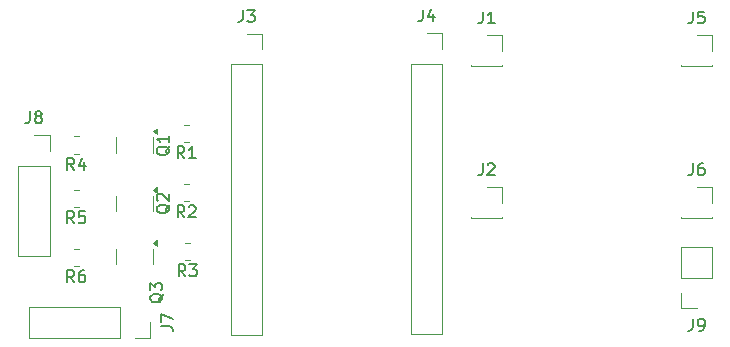
<source format=gbr>
%TF.GenerationSoftware,KiCad,Pcbnew,9.0.1*%
%TF.CreationDate,2025-05-21T02:45:21+02:00*%
%TF.ProjectId,KinderLight,4b696e64-6572-44c6-9967-68742e6b6963,rev?*%
%TF.SameCoordinates,Original*%
%TF.FileFunction,Legend,Top*%
%TF.FilePolarity,Positive*%
%FSLAX46Y46*%
G04 Gerber Fmt 4.6, Leading zero omitted, Abs format (unit mm)*
G04 Created by KiCad (PCBNEW 9.0.1) date 2025-05-21 02:45:21*
%MOMM*%
%LPD*%
G01*
G04 APERTURE LIST*
%ADD10C,0.150000*%
%ADD11C,0.120000*%
G04 APERTURE END LIST*
D10*
X134286666Y-96204819D02*
X134286666Y-96919104D01*
X134286666Y-96919104D02*
X134239047Y-97061961D01*
X134239047Y-97061961D02*
X134143809Y-97157200D01*
X134143809Y-97157200D02*
X134000952Y-97204819D01*
X134000952Y-97204819D02*
X133905714Y-97204819D01*
X134810476Y-97204819D02*
X135000952Y-97204819D01*
X135000952Y-97204819D02*
X135096190Y-97157200D01*
X135096190Y-97157200D02*
X135143809Y-97109580D01*
X135143809Y-97109580D02*
X135239047Y-96966723D01*
X135239047Y-96966723D02*
X135286666Y-96776247D01*
X135286666Y-96776247D02*
X135286666Y-96395295D01*
X135286666Y-96395295D02*
X135239047Y-96300057D01*
X135239047Y-96300057D02*
X135191428Y-96252438D01*
X135191428Y-96252438D02*
X135096190Y-96204819D01*
X135096190Y-96204819D02*
X134905714Y-96204819D01*
X134905714Y-96204819D02*
X134810476Y-96252438D01*
X134810476Y-96252438D02*
X134762857Y-96300057D01*
X134762857Y-96300057D02*
X134715238Y-96395295D01*
X134715238Y-96395295D02*
X134715238Y-96633390D01*
X134715238Y-96633390D02*
X134762857Y-96728628D01*
X134762857Y-96728628D02*
X134810476Y-96776247D01*
X134810476Y-96776247D02*
X134905714Y-96823866D01*
X134905714Y-96823866D02*
X135096190Y-96823866D01*
X135096190Y-96823866D02*
X135191428Y-96776247D01*
X135191428Y-96776247D02*
X135239047Y-96728628D01*
X135239047Y-96728628D02*
X135286666Y-96633390D01*
X81920833Y-93104819D02*
X81587500Y-92628628D01*
X81349405Y-93104819D02*
X81349405Y-92104819D01*
X81349405Y-92104819D02*
X81730357Y-92104819D01*
X81730357Y-92104819D02*
X81825595Y-92152438D01*
X81825595Y-92152438D02*
X81873214Y-92200057D01*
X81873214Y-92200057D02*
X81920833Y-92295295D01*
X81920833Y-92295295D02*
X81920833Y-92438152D01*
X81920833Y-92438152D02*
X81873214Y-92533390D01*
X81873214Y-92533390D02*
X81825595Y-92581009D01*
X81825595Y-92581009D02*
X81730357Y-92628628D01*
X81730357Y-92628628D02*
X81349405Y-92628628D01*
X82777976Y-92104819D02*
X82587500Y-92104819D01*
X82587500Y-92104819D02*
X82492262Y-92152438D01*
X82492262Y-92152438D02*
X82444643Y-92200057D01*
X82444643Y-92200057D02*
X82349405Y-92342914D01*
X82349405Y-92342914D02*
X82301786Y-92533390D01*
X82301786Y-92533390D02*
X82301786Y-92914342D01*
X82301786Y-92914342D02*
X82349405Y-93009580D01*
X82349405Y-93009580D02*
X82397024Y-93057200D01*
X82397024Y-93057200D02*
X82492262Y-93104819D01*
X82492262Y-93104819D02*
X82682738Y-93104819D01*
X82682738Y-93104819D02*
X82777976Y-93057200D01*
X82777976Y-93057200D02*
X82825595Y-93009580D01*
X82825595Y-93009580D02*
X82873214Y-92914342D01*
X82873214Y-92914342D02*
X82873214Y-92676247D01*
X82873214Y-92676247D02*
X82825595Y-92581009D01*
X82825595Y-92581009D02*
X82777976Y-92533390D01*
X82777976Y-92533390D02*
X82682738Y-92485771D01*
X82682738Y-92485771D02*
X82492262Y-92485771D01*
X82492262Y-92485771D02*
X82397024Y-92533390D01*
X82397024Y-92533390D02*
X82349405Y-92581009D01*
X82349405Y-92581009D02*
X82301786Y-92676247D01*
X91333333Y-92604819D02*
X91000000Y-92128628D01*
X90761905Y-92604819D02*
X90761905Y-91604819D01*
X90761905Y-91604819D02*
X91142857Y-91604819D01*
X91142857Y-91604819D02*
X91238095Y-91652438D01*
X91238095Y-91652438D02*
X91285714Y-91700057D01*
X91285714Y-91700057D02*
X91333333Y-91795295D01*
X91333333Y-91795295D02*
X91333333Y-91938152D01*
X91333333Y-91938152D02*
X91285714Y-92033390D01*
X91285714Y-92033390D02*
X91238095Y-92081009D01*
X91238095Y-92081009D02*
X91142857Y-92128628D01*
X91142857Y-92128628D02*
X90761905Y-92128628D01*
X91666667Y-91604819D02*
X92285714Y-91604819D01*
X92285714Y-91604819D02*
X91952381Y-91985771D01*
X91952381Y-91985771D02*
X92095238Y-91985771D01*
X92095238Y-91985771D02*
X92190476Y-92033390D01*
X92190476Y-92033390D02*
X92238095Y-92081009D01*
X92238095Y-92081009D02*
X92285714Y-92176247D01*
X92285714Y-92176247D02*
X92285714Y-92414342D01*
X92285714Y-92414342D02*
X92238095Y-92509580D01*
X92238095Y-92509580D02*
X92190476Y-92557200D01*
X92190476Y-92557200D02*
X92095238Y-92604819D01*
X92095238Y-92604819D02*
X91809524Y-92604819D01*
X91809524Y-92604819D02*
X91714286Y-92557200D01*
X91714286Y-92557200D02*
X91666667Y-92509580D01*
X91245833Y-87604819D02*
X90912500Y-87128628D01*
X90674405Y-87604819D02*
X90674405Y-86604819D01*
X90674405Y-86604819D02*
X91055357Y-86604819D01*
X91055357Y-86604819D02*
X91150595Y-86652438D01*
X91150595Y-86652438D02*
X91198214Y-86700057D01*
X91198214Y-86700057D02*
X91245833Y-86795295D01*
X91245833Y-86795295D02*
X91245833Y-86938152D01*
X91245833Y-86938152D02*
X91198214Y-87033390D01*
X91198214Y-87033390D02*
X91150595Y-87081009D01*
X91150595Y-87081009D02*
X91055357Y-87128628D01*
X91055357Y-87128628D02*
X90674405Y-87128628D01*
X91626786Y-86700057D02*
X91674405Y-86652438D01*
X91674405Y-86652438D02*
X91769643Y-86604819D01*
X91769643Y-86604819D02*
X92007738Y-86604819D01*
X92007738Y-86604819D02*
X92102976Y-86652438D01*
X92102976Y-86652438D02*
X92150595Y-86700057D01*
X92150595Y-86700057D02*
X92198214Y-86795295D01*
X92198214Y-86795295D02*
X92198214Y-86890533D01*
X92198214Y-86890533D02*
X92150595Y-87033390D01*
X92150595Y-87033390D02*
X91579167Y-87604819D01*
X91579167Y-87604819D02*
X92198214Y-87604819D01*
X91245833Y-82604819D02*
X90912500Y-82128628D01*
X90674405Y-82604819D02*
X90674405Y-81604819D01*
X90674405Y-81604819D02*
X91055357Y-81604819D01*
X91055357Y-81604819D02*
X91150595Y-81652438D01*
X91150595Y-81652438D02*
X91198214Y-81700057D01*
X91198214Y-81700057D02*
X91245833Y-81795295D01*
X91245833Y-81795295D02*
X91245833Y-81938152D01*
X91245833Y-81938152D02*
X91198214Y-82033390D01*
X91198214Y-82033390D02*
X91150595Y-82081009D01*
X91150595Y-82081009D02*
X91055357Y-82128628D01*
X91055357Y-82128628D02*
X90674405Y-82128628D01*
X92198214Y-82604819D02*
X91626786Y-82604819D01*
X91912500Y-82604819D02*
X91912500Y-81604819D01*
X91912500Y-81604819D02*
X91817262Y-81747676D01*
X91817262Y-81747676D02*
X91722024Y-81842914D01*
X91722024Y-81842914D02*
X91626786Y-81890533D01*
X81920833Y-88104819D02*
X81587500Y-87628628D01*
X81349405Y-88104819D02*
X81349405Y-87104819D01*
X81349405Y-87104819D02*
X81730357Y-87104819D01*
X81730357Y-87104819D02*
X81825595Y-87152438D01*
X81825595Y-87152438D02*
X81873214Y-87200057D01*
X81873214Y-87200057D02*
X81920833Y-87295295D01*
X81920833Y-87295295D02*
X81920833Y-87438152D01*
X81920833Y-87438152D02*
X81873214Y-87533390D01*
X81873214Y-87533390D02*
X81825595Y-87581009D01*
X81825595Y-87581009D02*
X81730357Y-87628628D01*
X81730357Y-87628628D02*
X81349405Y-87628628D01*
X82825595Y-87104819D02*
X82349405Y-87104819D01*
X82349405Y-87104819D02*
X82301786Y-87581009D01*
X82301786Y-87581009D02*
X82349405Y-87533390D01*
X82349405Y-87533390D02*
X82444643Y-87485771D01*
X82444643Y-87485771D02*
X82682738Y-87485771D01*
X82682738Y-87485771D02*
X82777976Y-87533390D01*
X82777976Y-87533390D02*
X82825595Y-87581009D01*
X82825595Y-87581009D02*
X82873214Y-87676247D01*
X82873214Y-87676247D02*
X82873214Y-87914342D01*
X82873214Y-87914342D02*
X82825595Y-88009580D01*
X82825595Y-88009580D02*
X82777976Y-88057200D01*
X82777976Y-88057200D02*
X82682738Y-88104819D01*
X82682738Y-88104819D02*
X82444643Y-88104819D01*
X82444643Y-88104819D02*
X82349405Y-88057200D01*
X82349405Y-88057200D02*
X82301786Y-88009580D01*
X81920833Y-83604819D02*
X81587500Y-83128628D01*
X81349405Y-83604819D02*
X81349405Y-82604819D01*
X81349405Y-82604819D02*
X81730357Y-82604819D01*
X81730357Y-82604819D02*
X81825595Y-82652438D01*
X81825595Y-82652438D02*
X81873214Y-82700057D01*
X81873214Y-82700057D02*
X81920833Y-82795295D01*
X81920833Y-82795295D02*
X81920833Y-82938152D01*
X81920833Y-82938152D02*
X81873214Y-83033390D01*
X81873214Y-83033390D02*
X81825595Y-83081009D01*
X81825595Y-83081009D02*
X81730357Y-83128628D01*
X81730357Y-83128628D02*
X81349405Y-83128628D01*
X82777976Y-82938152D02*
X82777976Y-83604819D01*
X82539881Y-82557200D02*
X82301786Y-83271485D01*
X82301786Y-83271485D02*
X82920833Y-83271485D01*
X89450057Y-94075238D02*
X89402438Y-94170476D01*
X89402438Y-94170476D02*
X89307200Y-94265714D01*
X89307200Y-94265714D02*
X89164342Y-94408571D01*
X89164342Y-94408571D02*
X89116723Y-94503809D01*
X89116723Y-94503809D02*
X89116723Y-94599047D01*
X89354819Y-94551428D02*
X89307200Y-94646666D01*
X89307200Y-94646666D02*
X89211961Y-94741904D01*
X89211961Y-94741904D02*
X89021485Y-94789523D01*
X89021485Y-94789523D02*
X88688152Y-94789523D01*
X88688152Y-94789523D02*
X88497676Y-94741904D01*
X88497676Y-94741904D02*
X88402438Y-94646666D01*
X88402438Y-94646666D02*
X88354819Y-94551428D01*
X88354819Y-94551428D02*
X88354819Y-94360952D01*
X88354819Y-94360952D02*
X88402438Y-94265714D01*
X88402438Y-94265714D02*
X88497676Y-94170476D01*
X88497676Y-94170476D02*
X88688152Y-94122857D01*
X88688152Y-94122857D02*
X89021485Y-94122857D01*
X89021485Y-94122857D02*
X89211961Y-94170476D01*
X89211961Y-94170476D02*
X89307200Y-94265714D01*
X89307200Y-94265714D02*
X89354819Y-94360952D01*
X89354819Y-94360952D02*
X89354819Y-94551428D01*
X88354819Y-93789523D02*
X88354819Y-93170476D01*
X88354819Y-93170476D02*
X88735771Y-93503809D01*
X88735771Y-93503809D02*
X88735771Y-93360952D01*
X88735771Y-93360952D02*
X88783390Y-93265714D01*
X88783390Y-93265714D02*
X88831009Y-93218095D01*
X88831009Y-93218095D02*
X88926247Y-93170476D01*
X88926247Y-93170476D02*
X89164342Y-93170476D01*
X89164342Y-93170476D02*
X89259580Y-93218095D01*
X89259580Y-93218095D02*
X89307200Y-93265714D01*
X89307200Y-93265714D02*
X89354819Y-93360952D01*
X89354819Y-93360952D02*
X89354819Y-93646666D01*
X89354819Y-93646666D02*
X89307200Y-93741904D01*
X89307200Y-93741904D02*
X89259580Y-93789523D01*
X90000057Y-86532738D02*
X89952438Y-86627976D01*
X89952438Y-86627976D02*
X89857200Y-86723214D01*
X89857200Y-86723214D02*
X89714342Y-86866071D01*
X89714342Y-86866071D02*
X89666723Y-86961309D01*
X89666723Y-86961309D02*
X89666723Y-87056547D01*
X89904819Y-87008928D02*
X89857200Y-87104166D01*
X89857200Y-87104166D02*
X89761961Y-87199404D01*
X89761961Y-87199404D02*
X89571485Y-87247023D01*
X89571485Y-87247023D02*
X89238152Y-87247023D01*
X89238152Y-87247023D02*
X89047676Y-87199404D01*
X89047676Y-87199404D02*
X88952438Y-87104166D01*
X88952438Y-87104166D02*
X88904819Y-87008928D01*
X88904819Y-87008928D02*
X88904819Y-86818452D01*
X88904819Y-86818452D02*
X88952438Y-86723214D01*
X88952438Y-86723214D02*
X89047676Y-86627976D01*
X89047676Y-86627976D02*
X89238152Y-86580357D01*
X89238152Y-86580357D02*
X89571485Y-86580357D01*
X89571485Y-86580357D02*
X89761961Y-86627976D01*
X89761961Y-86627976D02*
X89857200Y-86723214D01*
X89857200Y-86723214D02*
X89904819Y-86818452D01*
X89904819Y-86818452D02*
X89904819Y-87008928D01*
X89000057Y-86199404D02*
X88952438Y-86151785D01*
X88952438Y-86151785D02*
X88904819Y-86056547D01*
X88904819Y-86056547D02*
X88904819Y-85818452D01*
X88904819Y-85818452D02*
X88952438Y-85723214D01*
X88952438Y-85723214D02*
X89000057Y-85675595D01*
X89000057Y-85675595D02*
X89095295Y-85627976D01*
X89095295Y-85627976D02*
X89190533Y-85627976D01*
X89190533Y-85627976D02*
X89333390Y-85675595D01*
X89333390Y-85675595D02*
X89904819Y-86247023D01*
X89904819Y-86247023D02*
X89904819Y-85627976D01*
X90000057Y-81595238D02*
X89952438Y-81690476D01*
X89952438Y-81690476D02*
X89857200Y-81785714D01*
X89857200Y-81785714D02*
X89714342Y-81928571D01*
X89714342Y-81928571D02*
X89666723Y-82023809D01*
X89666723Y-82023809D02*
X89666723Y-82119047D01*
X89904819Y-82071428D02*
X89857200Y-82166666D01*
X89857200Y-82166666D02*
X89761961Y-82261904D01*
X89761961Y-82261904D02*
X89571485Y-82309523D01*
X89571485Y-82309523D02*
X89238152Y-82309523D01*
X89238152Y-82309523D02*
X89047676Y-82261904D01*
X89047676Y-82261904D02*
X88952438Y-82166666D01*
X88952438Y-82166666D02*
X88904819Y-82071428D01*
X88904819Y-82071428D02*
X88904819Y-81880952D01*
X88904819Y-81880952D02*
X88952438Y-81785714D01*
X88952438Y-81785714D02*
X89047676Y-81690476D01*
X89047676Y-81690476D02*
X89238152Y-81642857D01*
X89238152Y-81642857D02*
X89571485Y-81642857D01*
X89571485Y-81642857D02*
X89761961Y-81690476D01*
X89761961Y-81690476D02*
X89857200Y-81785714D01*
X89857200Y-81785714D02*
X89904819Y-81880952D01*
X89904819Y-81880952D02*
X89904819Y-82071428D01*
X89904819Y-80690476D02*
X89904819Y-81261904D01*
X89904819Y-80976190D02*
X88904819Y-80976190D01*
X88904819Y-80976190D02*
X89047676Y-81071428D01*
X89047676Y-81071428D02*
X89142914Y-81166666D01*
X89142914Y-81166666D02*
X89190533Y-81261904D01*
X78166666Y-78644819D02*
X78166666Y-79359104D01*
X78166666Y-79359104D02*
X78119047Y-79501961D01*
X78119047Y-79501961D02*
X78023809Y-79597200D01*
X78023809Y-79597200D02*
X77880952Y-79644819D01*
X77880952Y-79644819D02*
X77785714Y-79644819D01*
X78785714Y-79073390D02*
X78690476Y-79025771D01*
X78690476Y-79025771D02*
X78642857Y-78978152D01*
X78642857Y-78978152D02*
X78595238Y-78882914D01*
X78595238Y-78882914D02*
X78595238Y-78835295D01*
X78595238Y-78835295D02*
X78642857Y-78740057D01*
X78642857Y-78740057D02*
X78690476Y-78692438D01*
X78690476Y-78692438D02*
X78785714Y-78644819D01*
X78785714Y-78644819D02*
X78976190Y-78644819D01*
X78976190Y-78644819D02*
X79071428Y-78692438D01*
X79071428Y-78692438D02*
X79119047Y-78740057D01*
X79119047Y-78740057D02*
X79166666Y-78835295D01*
X79166666Y-78835295D02*
X79166666Y-78882914D01*
X79166666Y-78882914D02*
X79119047Y-78978152D01*
X79119047Y-78978152D02*
X79071428Y-79025771D01*
X79071428Y-79025771D02*
X78976190Y-79073390D01*
X78976190Y-79073390D02*
X78785714Y-79073390D01*
X78785714Y-79073390D02*
X78690476Y-79121009D01*
X78690476Y-79121009D02*
X78642857Y-79168628D01*
X78642857Y-79168628D02*
X78595238Y-79263866D01*
X78595238Y-79263866D02*
X78595238Y-79454342D01*
X78595238Y-79454342D02*
X78642857Y-79549580D01*
X78642857Y-79549580D02*
X78690476Y-79597200D01*
X78690476Y-79597200D02*
X78785714Y-79644819D01*
X78785714Y-79644819D02*
X78976190Y-79644819D01*
X78976190Y-79644819D02*
X79071428Y-79597200D01*
X79071428Y-79597200D02*
X79119047Y-79549580D01*
X79119047Y-79549580D02*
X79166666Y-79454342D01*
X79166666Y-79454342D02*
X79166666Y-79263866D01*
X79166666Y-79263866D02*
X79119047Y-79168628D01*
X79119047Y-79168628D02*
X79071428Y-79121009D01*
X79071428Y-79121009D02*
X78976190Y-79073390D01*
X89264819Y-96833333D02*
X89979104Y-96833333D01*
X89979104Y-96833333D02*
X90121961Y-96880952D01*
X90121961Y-96880952D02*
X90217200Y-96976190D01*
X90217200Y-96976190D02*
X90264819Y-97119047D01*
X90264819Y-97119047D02*
X90264819Y-97214285D01*
X89264819Y-96452380D02*
X89264819Y-95785714D01*
X89264819Y-95785714D02*
X90264819Y-96214285D01*
X134286666Y-83044819D02*
X134286666Y-83759104D01*
X134286666Y-83759104D02*
X134239047Y-83901961D01*
X134239047Y-83901961D02*
X134143809Y-83997200D01*
X134143809Y-83997200D02*
X134000952Y-84044819D01*
X134000952Y-84044819D02*
X133905714Y-84044819D01*
X135191428Y-83044819D02*
X135000952Y-83044819D01*
X135000952Y-83044819D02*
X134905714Y-83092438D01*
X134905714Y-83092438D02*
X134858095Y-83140057D01*
X134858095Y-83140057D02*
X134762857Y-83282914D01*
X134762857Y-83282914D02*
X134715238Y-83473390D01*
X134715238Y-83473390D02*
X134715238Y-83854342D01*
X134715238Y-83854342D02*
X134762857Y-83949580D01*
X134762857Y-83949580D02*
X134810476Y-83997200D01*
X134810476Y-83997200D02*
X134905714Y-84044819D01*
X134905714Y-84044819D02*
X135096190Y-84044819D01*
X135096190Y-84044819D02*
X135191428Y-83997200D01*
X135191428Y-83997200D02*
X135239047Y-83949580D01*
X135239047Y-83949580D02*
X135286666Y-83854342D01*
X135286666Y-83854342D02*
X135286666Y-83616247D01*
X135286666Y-83616247D02*
X135239047Y-83521009D01*
X135239047Y-83521009D02*
X135191428Y-83473390D01*
X135191428Y-83473390D02*
X135096190Y-83425771D01*
X135096190Y-83425771D02*
X134905714Y-83425771D01*
X134905714Y-83425771D02*
X134810476Y-83473390D01*
X134810476Y-83473390D02*
X134762857Y-83521009D01*
X134762857Y-83521009D02*
X134715238Y-83616247D01*
X134286666Y-70184819D02*
X134286666Y-70899104D01*
X134286666Y-70899104D02*
X134239047Y-71041961D01*
X134239047Y-71041961D02*
X134143809Y-71137200D01*
X134143809Y-71137200D02*
X134000952Y-71184819D01*
X134000952Y-71184819D02*
X133905714Y-71184819D01*
X135239047Y-70184819D02*
X134762857Y-70184819D01*
X134762857Y-70184819D02*
X134715238Y-70661009D01*
X134715238Y-70661009D02*
X134762857Y-70613390D01*
X134762857Y-70613390D02*
X134858095Y-70565771D01*
X134858095Y-70565771D02*
X135096190Y-70565771D01*
X135096190Y-70565771D02*
X135191428Y-70613390D01*
X135191428Y-70613390D02*
X135239047Y-70661009D01*
X135239047Y-70661009D02*
X135286666Y-70756247D01*
X135286666Y-70756247D02*
X135286666Y-70994342D01*
X135286666Y-70994342D02*
X135239047Y-71089580D01*
X135239047Y-71089580D02*
X135191428Y-71137200D01*
X135191428Y-71137200D02*
X135096190Y-71184819D01*
X135096190Y-71184819D02*
X134858095Y-71184819D01*
X134858095Y-71184819D02*
X134762857Y-71137200D01*
X134762857Y-71137200D02*
X134715238Y-71089580D01*
X111426666Y-70024819D02*
X111426666Y-70739104D01*
X111426666Y-70739104D02*
X111379047Y-70881961D01*
X111379047Y-70881961D02*
X111283809Y-70977200D01*
X111283809Y-70977200D02*
X111140952Y-71024819D01*
X111140952Y-71024819D02*
X111045714Y-71024819D01*
X112331428Y-70358152D02*
X112331428Y-71024819D01*
X112093333Y-69977200D02*
X111855238Y-70691485D01*
X111855238Y-70691485D02*
X112474285Y-70691485D01*
X116506666Y-83044819D02*
X116506666Y-83759104D01*
X116506666Y-83759104D02*
X116459047Y-83901961D01*
X116459047Y-83901961D02*
X116363809Y-83997200D01*
X116363809Y-83997200D02*
X116220952Y-84044819D01*
X116220952Y-84044819D02*
X116125714Y-84044819D01*
X116935238Y-83140057D02*
X116982857Y-83092438D01*
X116982857Y-83092438D02*
X117078095Y-83044819D01*
X117078095Y-83044819D02*
X117316190Y-83044819D01*
X117316190Y-83044819D02*
X117411428Y-83092438D01*
X117411428Y-83092438D02*
X117459047Y-83140057D01*
X117459047Y-83140057D02*
X117506666Y-83235295D01*
X117506666Y-83235295D02*
X117506666Y-83330533D01*
X117506666Y-83330533D02*
X117459047Y-83473390D01*
X117459047Y-83473390D02*
X116887619Y-84044819D01*
X116887619Y-84044819D02*
X117506666Y-84044819D01*
X116506666Y-70184819D02*
X116506666Y-70899104D01*
X116506666Y-70899104D02*
X116459047Y-71041961D01*
X116459047Y-71041961D02*
X116363809Y-71137200D01*
X116363809Y-71137200D02*
X116220952Y-71184819D01*
X116220952Y-71184819D02*
X116125714Y-71184819D01*
X117506666Y-71184819D02*
X116935238Y-71184819D01*
X117220952Y-71184819D02*
X117220952Y-70184819D01*
X117220952Y-70184819D02*
X117125714Y-70327676D01*
X117125714Y-70327676D02*
X117030476Y-70422914D01*
X117030476Y-70422914D02*
X116935238Y-70470533D01*
X96186666Y-70064819D02*
X96186666Y-70779104D01*
X96186666Y-70779104D02*
X96139047Y-70921961D01*
X96139047Y-70921961D02*
X96043809Y-71017200D01*
X96043809Y-71017200D02*
X95900952Y-71064819D01*
X95900952Y-71064819D02*
X95805714Y-71064819D01*
X96567619Y-70064819D02*
X97186666Y-70064819D01*
X97186666Y-70064819D02*
X96853333Y-70445771D01*
X96853333Y-70445771D02*
X96996190Y-70445771D01*
X96996190Y-70445771D02*
X97091428Y-70493390D01*
X97091428Y-70493390D02*
X97139047Y-70541009D01*
X97139047Y-70541009D02*
X97186666Y-70636247D01*
X97186666Y-70636247D02*
X97186666Y-70874342D01*
X97186666Y-70874342D02*
X97139047Y-70969580D01*
X97139047Y-70969580D02*
X97091428Y-71017200D01*
X97091428Y-71017200D02*
X96996190Y-71064819D01*
X96996190Y-71064819D02*
X96710476Y-71064819D01*
X96710476Y-71064819D02*
X96615238Y-71017200D01*
X96615238Y-71017200D02*
X96567619Y-70969580D01*
D11*
%TO.C,J9*%
X133290000Y-92710000D02*
X133290000Y-90110000D01*
X133290000Y-95310000D02*
X133290000Y-93980000D01*
X134620000Y-95310000D02*
X133290000Y-95310000D01*
X135950000Y-90110000D02*
X133290000Y-90110000D01*
X135950000Y-92710000D02*
X133290000Y-92710000D01*
X135950000Y-92710000D02*
X135950000Y-90110000D01*
%TO.C,R6*%
X82314564Y-90265000D02*
X81860436Y-90265000D01*
X82314564Y-91735000D02*
X81860436Y-91735000D01*
%TO.C,R3*%
X91727064Y-91235000D02*
X91272936Y-91235000D01*
X91727064Y-89765000D02*
X91272936Y-89765000D01*
%TO.C,R2*%
X91639564Y-86235000D02*
X91185436Y-86235000D01*
X91639564Y-84765000D02*
X91185436Y-84765000D01*
%TO.C,R1*%
X91639564Y-81235000D02*
X91185436Y-81235000D01*
X91639564Y-79765000D02*
X91185436Y-79765000D01*
%TO.C,R5*%
X82314564Y-86735000D02*
X81860436Y-86735000D01*
X82314564Y-85265000D02*
X81860436Y-85265000D01*
%TO.C,R4*%
X82314564Y-82235000D02*
X81860436Y-82235000D01*
X82314564Y-80765000D02*
X81860436Y-80765000D01*
%TO.C,Q3*%
X88610000Y-90937500D02*
X88610000Y-90287500D01*
X88610000Y-90937500D02*
X88610000Y-91587500D01*
X85490000Y-90937500D02*
X85490000Y-90287500D01*
X85490000Y-90937500D02*
X85490000Y-91587500D01*
X88890000Y-90015000D02*
X88560000Y-89775000D01*
X88890000Y-89535000D01*
X88890000Y-90015000D01*
G36*
X88890000Y-90015000D02*
G01*
X88560000Y-89775000D01*
X88890000Y-89535000D01*
X88890000Y-90015000D01*
G37*
%TO.C,Q2*%
X88610000Y-86437500D02*
X88610000Y-85787500D01*
X88610000Y-86437500D02*
X88610000Y-87087500D01*
X85490000Y-86437500D02*
X85490000Y-85787500D01*
X85490000Y-86437500D02*
X85490000Y-87087500D01*
X88890000Y-85515000D02*
X88560000Y-85275000D01*
X88890000Y-85035000D01*
X88890000Y-85515000D01*
G36*
X88890000Y-85515000D02*
G01*
X88560000Y-85275000D01*
X88890000Y-85035000D01*
X88890000Y-85515000D01*
G37*
%TO.C,Q1*%
X88610000Y-81500000D02*
X88610000Y-80850000D01*
X88610000Y-81500000D02*
X88610000Y-82150000D01*
X85490000Y-81500000D02*
X85490000Y-80850000D01*
X85490000Y-81500000D02*
X85490000Y-82150000D01*
X88890000Y-80577500D02*
X88560000Y-80337500D01*
X88890000Y-80097500D01*
X88890000Y-80577500D01*
G36*
X88890000Y-80577500D02*
G01*
X88560000Y-80337500D01*
X88890000Y-80097500D01*
X88890000Y-80577500D01*
G37*
%TO.C,J8*%
X77170000Y-83230000D02*
X77170000Y-90910000D01*
X77170000Y-83230000D02*
X79830000Y-83230000D01*
X77170000Y-90910000D02*
X79830000Y-90910000D01*
X78500000Y-80630000D02*
X79830000Y-80630000D01*
X79830000Y-80630000D02*
X79830000Y-81960000D01*
X79830000Y-83230000D02*
X79830000Y-90910000D01*
%TO.C,J7*%
X85770000Y-95170000D02*
X78090000Y-95170000D01*
X85770000Y-95170000D02*
X85770000Y-97830000D01*
X78090000Y-95170000D02*
X78090000Y-97830000D01*
X88370000Y-96500000D02*
X88370000Y-97830000D01*
X88370000Y-97830000D02*
X87040000Y-97830000D01*
X85770000Y-97830000D02*
X78090000Y-97830000D01*
%TO.C,J6*%
X133290000Y-87570000D02*
X133290000Y-87690000D01*
X133290000Y-87690000D02*
X135950000Y-87690000D01*
X134620000Y-85030000D02*
X135950000Y-85030000D01*
X135950000Y-85030000D02*
X135950000Y-86360000D01*
X135950000Y-87570000D02*
X135950000Y-87690000D01*
%TO.C,J5*%
X133290000Y-74710000D02*
X133290000Y-74830000D01*
X133290000Y-74830000D02*
X135950000Y-74830000D01*
X134620000Y-72170000D02*
X135950000Y-72170000D01*
X135950000Y-72170000D02*
X135950000Y-73500000D01*
X135950000Y-74710000D02*
X135950000Y-74830000D01*
%TO.C,J4*%
X110430000Y-74610000D02*
X110430000Y-97530000D01*
X110430000Y-74610000D02*
X113090000Y-74610000D01*
X110430000Y-97530000D02*
X113090000Y-97530000D01*
X111760000Y-72010000D02*
X113090000Y-72010000D01*
X113090000Y-72010000D02*
X113090000Y-73340000D01*
X113090000Y-74610000D02*
X113090000Y-97530000D01*
%TO.C,J2*%
X115510000Y-87570000D02*
X115510000Y-87690000D01*
X115510000Y-87690000D02*
X118170000Y-87690000D01*
X116840000Y-85030000D02*
X118170000Y-85030000D01*
X118170000Y-85030000D02*
X118170000Y-86360000D01*
X118170000Y-87570000D02*
X118170000Y-87690000D01*
%TO.C,J1*%
X115510000Y-74710000D02*
X115510000Y-74830000D01*
X115510000Y-74830000D02*
X118170000Y-74830000D01*
X116840000Y-72170000D02*
X118170000Y-72170000D01*
X118170000Y-72170000D02*
X118170000Y-73500000D01*
X118170000Y-74710000D02*
X118170000Y-74830000D01*
%TO.C,J3*%
X95190000Y-74650000D02*
X95190000Y-97570000D01*
X95190000Y-74650000D02*
X97850000Y-74650000D01*
X95190000Y-97570000D02*
X97850000Y-97570000D01*
X96520000Y-72050000D02*
X97850000Y-72050000D01*
X97850000Y-72050000D02*
X97850000Y-73380000D01*
X97850000Y-74650000D02*
X97850000Y-97570000D01*
%TD*%
M02*

</source>
